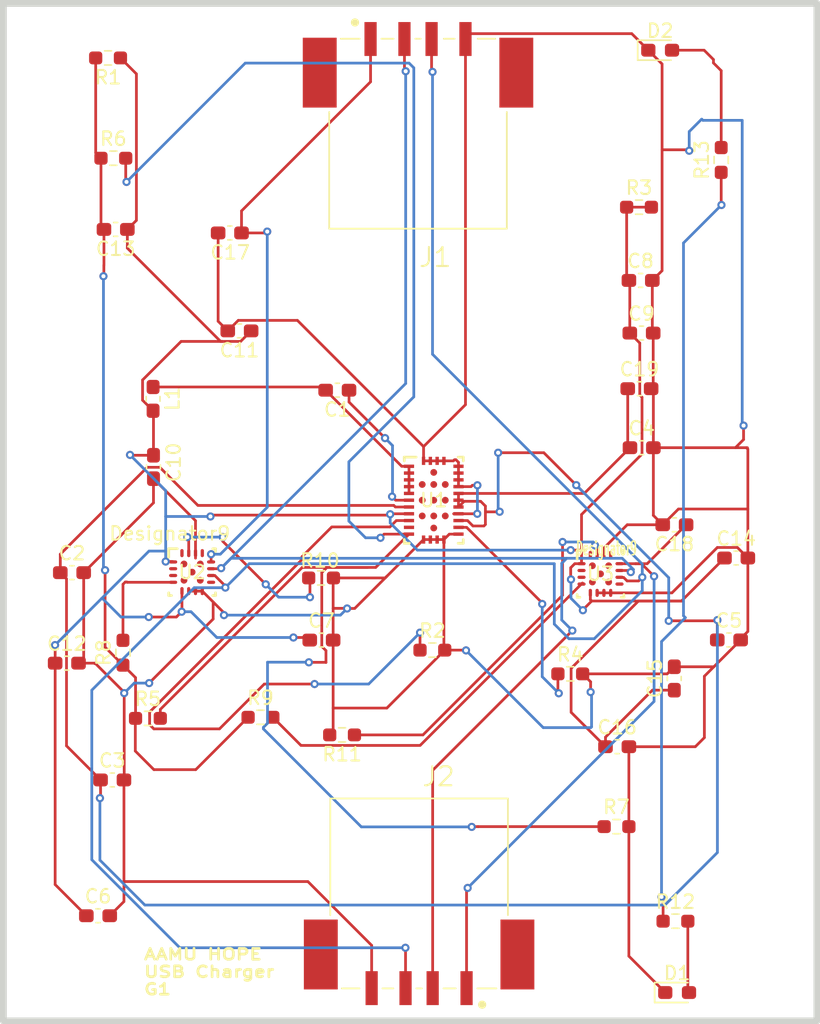
<source format=kicad_pcb>
(kicad_pcb (version 20240108) (generator "pcbnew") (generator_version "8.0")
  (layers (0 "F.Cu" signal) (31 "B.Cu" signal) (34 "B.Paste" user) (35 "F.Paste" user) (36 "B.SilkS" user "B.Silkscreen") (37 "F.SilkS" user "F.Silkscreen") (38 "B.Mask" user) (39 "F.Mask" user) (44 "Edge.Cuts" user))
  (net 0 "")
  (net 1 "Net-(U1-CBOOT)")
  (net 2 "/SW")
  (net 3 "+12V")
  (net 4 "GND")
  (net 5 "/VOUT")
  (net 6 "/CS")
  (net 7 "Net-(J1-VBUS)")
  (net 8 "Net-(J2-VBUS)")
  (net 9 "Net-(D1-A)")
  (net 10 "Net-(D2-A)")
  (net 11 "/B_D-")
  (net 12 "/B_D+")
  (net 13 "Net-(U1-RT)")
  (net 14 "Net-(U1-SYNC)")
  (net 15 "/FB")
  (net 16 "Net-(U2-CS)")
  (net 17 "Net-(U3-CS)")
  (net 18 "Net-(U2-ILIM_LO)")
  (net 19 "Net-(U3-ILIM_LO)")
  (net 20 "/DIM")
  (footprint "AAMU Senior Design 2024-25:RTE0016C" (layer "F.Cu") (at 282.129998 101.93)
    (property "Reference" "U3")
    (property "Value" "TPS2549RTER")
  )
  (footprint "Capacitor_SMD:C_0603_1608Metric_Pad1.08x0.95mm_HandSolder" (layer "F.Cu") (at 285 88.28)
    (property "Reference" "C19")
    (property "Value" "2.2uF")
  )
  (footprint "Diode_SMD:D_0603_1608Metric_Pad1.05x0.95mm_HandSolder" (layer "F.Cu") (at 287.78 132.79)
    (property "Reference" "D1")
    (property "Value" "LED_Filled")
  )
  (footprint "Capacitor_SMD:C_0603_1608Metric_Pad1.08x0.95mm_HandSolder" (layer "F.Cu") (at 243.15 101.84)
    (property "Reference" "C2")
    (property "Value" "10uF")
  )
  (footprint "Resistor_SMD:R_0603_1608Metric_Pad0.98x0.95mm_HandSolder" (layer "F.Cu") (at 287.6575 127.53)
    (property "Reference" "R12")
    (property "Value" "715")
  )
  (footprint "Resistor_SMD:R_0603_1608Metric_Pad0.98x0.95mm_HandSolder" (layer "F.Cu") (at 291.03 71.42 90)
    (property "Reference" "R13")
    (property "Value" "715")
  )
  (footprint "AAMU Senior Design 2024-25:RTE0016C" (layer "F.Cu") (at 252.01 101.8)
    (property "Reference" "U2")
    (property "Value" "TPS2549RTER")
  )
  (footprint "Resistor_SMD:R_0603_1608Metric_Pad0.98x0.95mm_HandSolder" (layer "F.Cu") (at 269.73 107.55)
    (property "Reference" "R2")
    (property "Value" "112K")
  )
  (footprint "Capacitor_SMD:C_0603_1608Metric_Pad1.08x0.95mm_HandSolder" (layer "F.Cu") (at 246.12 117.12)
    (property "Reference" "C3")
    (property "Value" "10uF")
  )
  (footprint "Resistor_SMD:R_0603_1608Metric_Pad0.98x0.95mm_HandSolder" (layer "F.Cu") (at 257.05 112.5)
    (property "Reference" "R9")
    (property "Value" "0R")
  )
  (footprint "Capacitor_SMD:C_0603_1608Metric_Pad1.08x0.95mm_HandSolder" (layer "F.Cu") (at 287.57 109.64 90)
    (property "Reference" "C15")
    (property "Value" "0.1uF")
  )
  (footprint "Capacitor_SMD:C_0603_1608Metric_Pad1.08x0.95mm_HandSolder" (layer "F.Cu") (at 245.07 127.13)
    (property "Reference" "C6")
    (property "Value" "47uF")
  )
  (footprint "Capacitor_SMD:C_0603_1608Metric_Pad1.08x0.95mm_HandSolder" (layer "F.Cu") (at 291.6025 106.8)
    (property "Reference" "C5")
    (property "Value" "0.47uF")
  )
  (footprint "Resistor_SMD:R_0603_1608Metric_Pad0.98x0.95mm_HandSolder" (layer "F.Cu") (at 284.97 74.9)
    (property "Reference" "R3")
    (property "Value" "3.0R")
  )
  (footprint "Resistor_SMD:R_0603_1608Metric_Pad0.98x0.95mm_HandSolder" (layer "F.Cu") (at 279.9 109.3)
    (property "Reference" "R4")
    (property "Value" "0R")
  )
  (footprint "Capacitor_SMD:C_0603_1608Metric_Pad1.08x0.95mm_HandSolder" (layer "F.Cu") (at 262.72 88.39 180)
    (property "Reference" "C1")
    (property "Value" "0.47uF")
  )
  (footprint "Resistor_SMD:R_0603_1608Metric_Pad0.98x0.95mm_HandSolder" (layer "F.Cu") (at 245.81 63.9 180)
    (property "Reference" "R1")
    (property "Value" "2.1K")
  )
  (footprint "Resistor_SMD:R_0603_1608Metric_Pad0.98x0.95mm_HandSolder" (layer "F.Cu") (at 248.75 112.58)
    (property "Reference" "R5")
    (property "Value" "47K")
  )
  (footprint "Capacitor_SMD:C_0603_1608Metric_Pad1.08x0.95mm_HandSolder" (layer "F.Cu") (at 287.58 98.31 180)
    (property "Reference" "C18")
    (property "Value" "10uF")
  )
  (footprint "Capacitor_SMD:C_0603_1608Metric_Pad1.08x0.95mm_HandSolder" (layer "F.Cu") (at 261.5475 106.81)
    (property "Reference" "C7")
    (property "Value" "47uF")
  )
  (footprint "Capacitor_SMD:C_0603_1608Metric_Pad1.08x0.95mm_HandSolder" (layer "F.Cu") (at 246.37 76.54 180)
    (property "Reference" "C13")
    (property "Value" "0.022uF")
  )
  (footprint "Resistor_SMD:R_0603_1608Metric_Pad0.98x0.95mm_HandSolder" (layer "F.Cu") (at 246.91 107.74 90)
    (property "Reference" "R8")
    (property "Value" "0R")
  )
  (footprint "Resistor_SMD:R_0603_1608Metric_Pad0.98x0.95mm_HandSolder" (layer "F.Cu") (at 263.07 113.8 180)
    (property "Reference" "R11")
    (property "Value" "20K")
  )
  (footprint "Capacitor_SMD:C_0603_1608Metric_Pad1.08x0.95mm_HandSolder" (layer "F.Cu") (at 285.165 92.63)
    (property "Reference" "C4")
    (property "Value" "10uF")
  )
  (footprint "Resistor_SMD:R_0603_1608Metric_Pad0.98x0.95mm_HandSolder" (layer "F.Cu") (at 246.2 71.29)
    (property "Reference" "R6")
    (property "Value" "200K")
  )
  (footprint "Capacitor_SMD:C_0603_1608Metric_Pad1.08x0.95mm_HandSolder" (layer "F.Cu") (at 249.16 94.05 -90)
    (property "Reference" "C10")
    (property "Value" "47uF")
  )
  (footprint "Capacitor_SMD:C_0603_1608Metric_Pad1.08x0.95mm_HandSolder" (layer "F.Cu") (at 292.135 100.76)
    (property "Reference" "C14")
    (property "Value" "0.1uF")
  )
  (footprint "Capacitor_SMD:C_0603_1608Metric_Pad1.08x0.95mm_HandSolder" (layer "F.Cu") (at 254.79 76.8 180)
    (property "Reference" "C17")
    (property "Value" "10uF")
  )
  (footprint "AAMU Senior Design 2024-25:RNP0030A" (layer "F.Cu") (at 269.83 96.5)
    (property "Reference" "U1")
    (property "Value" "LM73605QRNPTQ1")
  )
  (footprint "Resistor_SMD:R_0603_1608Metric_Pad0.98x0.95mm_HandSolder" (layer "F.Cu") (at 261.52 102.23)
    (property "Reference" "R10")
    (property "Value" "20K")
  )
  (footprint "AAMU Senior Design 2024-25:CUI_UJ2-AH-1-SMT" (layer "F.Cu") (at 268.67 66.585)
    (property "Reference" "J1")
    (property "Value" "USB CONN")
  )
  (footprint "Inductor_SMD:L_0603_1608Metric_Pad1.05x0.95mm_HandSolder" (layer "F.Cu") (at 249.13 89.03 -90)
    (property "Reference" "L1")
    (property "Value" "6.8uH")
  )
  (footprint "Capacitor_SMD:C_0603_1608Metric_Pad1.08x0.95mm_HandSolder" (layer "F.Cu") (at 285.0875 80.3)
    (property "Reference" "C8")
    (property "Value" "47uF")
  )
  (footprint "AAMU Senior Design 2024-25:CUI_UJ2-AH-1-SMT" (layer "F.Cu") (at 268.75 128.385 180)
    (property "Reference" "J2")
    (property "Value" "USB CONN")
  )
  (footprint "Capacitor_SMD:C_0603_1608Metric_Pad1.08x0.95mm_HandSolder" (layer "F.Cu") (at 283.36 114.67)
    (property "Reference" "C16")
    (property "Value" "0.1uF")
  )
  (footprint "Resistor_SMD:R_0603_1608Metric_Pad0.98x0.95mm_HandSolder" (layer "F.Cu") (at 283.31 120.56)
    (property "Reference" "R7")
    (property "Value" "10K")
  )
  (footprint "Capacitor_SMD:C_0603_1608Metric_Pad1.08x0.95mm_HandSolder" (layer "F.Cu") (at 285.1525 84.18)
    (property "Reference" "C9")
    (property "Value" "47uF")
  )
  (footprint "Diode_SMD:D_0603_1608Metric_Pad1.05x0.95mm_HandSolder" (layer "F.Cu") (at 286.53 63.33)
    (property "Reference" "D2")
    (property "Value" "LED_Filled")
  )
  (footprint "Capacitor_SMD:C_0603_1608Metric_Pad1.08x0.95mm_HandSolder" (layer "F.Cu") (at 255.5 84.02 180)
    (property "Reference" "C11")
    (property "Value" "47uF")
  )
  (footprint "Capacitor_SMD:C_0603_1608Metric_Pad1.08x0.95mm_HandSolder" (layer "F.Cu") (at 242.77 108.51)
    (property "Reference" "C12")
    (property "Value" "0.47uF")
  )
  (gr_rect (start 238.09 59.88) (end 298.09 134.88) (stroke (width 0.5)) (fill none) (layer "Edge.Cuts"))
  (gr_text "AAMU HOPE\nUSB Charger \nG1" (at 248.35 133.02 0) (layer "F.SilkS") (effects (font (size 0.8 1) (thickness 0.2) (bold yes)) (justify left bottom)))
  (segment (start 267.022713 96.5) (end 266.757312 96.234599) (width 0.2) (layer "F.Cu") (net 1))
  (segment (start 263.5825 88.39) (end 263.5825 89.26647) (width 0.2) (layer "F.Cu") (net 1))
  (segment (start 263.5825 89.26647) (end 266.237635 91.921605) (width 0.2) (layer "F.Cu") (net 1))
  (segment (start 268.005 96.5) (end 267.022713 96.5) (width 0.2) (layer "F.Cu") (net 1))
  (via (at 266.237635 91.921605) (size 0.6) (drill 0.3) (layers "F.Cu" "B.Cu") (net 1))
  (via (at 266.757312 96.234599) (size 0.6) (drill 0.3) (layers "F.Cu" "B.Cu") (net 1))
  (segment (start 266.79 96.201911) (end 266.757312 96.234599) (width 0.2) (layer "B.Cu") (net 1))
  (segment (start 266.237635 91.921605) (end 266.79 92.47397) (width 0.2) (layer "B.Cu") (net 1))
  (segment (start 266.79 92.47397) (end 266.79 96.201911) (width 0.2) (layer "B.Cu") (net 1))
  (segment (start 261.6225 88.155) (end 261.8575 88.39) (width 0.2) (layer "F.Cu") (net 2))
  (segment (start 268.005 94) (end 268.005 96.000001) (width 0.2) (layer "F.Cu") (net 2))
  (segment (start 267.4675 94) (end 268.005 94) (width 0.2) (layer "F.Cu") (net 2))
  (segment (start 249.13 88.155) (end 261.6225 88.155) (width 0.2) (layer "F.Cu") (net 2))
  (segment (start 261.8575 88.39) (end 267.4675 94) (width 0.2) (layer "F.Cu") (net 2))
  (segment (start 274.58 93) (end 277.95 93) (width 0.2) (layer "F.Cu") (net 3))
  (segment (start 249.626722 94.075) (end 248.693278 94.075) (width 0.2) (layer "F.Cu") (net 3))
  (segment (start 290.74 106.8) (end 290.74 105.35) (width 0.2) (layer "F.Cu") (net 3))
  (segment (start 284.1375 92.465) (end 284.3025 92.63) (width 0.2) (layer "F.Cu") (net 3))
  (segment (start 272.320684 98) (end 271.655 98) (width 0.2) (layer "F.Cu") (net 3))
  (segment (start 248.693278 94.075) (end 242.2875 100.480778) (width 0.2) (layer "F.Cu") (net 3))
  (segment (start 273.640001 97.36) (end 273.640001 98.289999) (width 0.2) (layer "F.Cu") (net 3))
  (segment (start 271.655 96.999999) (end 272.074999 96.58) (width 0.2) (layer "F.Cu") (net 3))
  (segment (start 268.005 96.999999) (end 267.000874 96.999999) (width 0.2) (layer "F.Cu") (net 3))
  (segment (start 242.2875 100.480778) (end 242.2875 101.84) (width 0.2) (layer "F.Cu") (net 3))
  (segment (start 245.2575 117.12) (end 242.745 114.6075) (width 0.2) (layer "F.Cu") (net 3))
  (segment (start 252.436321 96.884599) (end 249.626722 94.075) (width 0.2) (layer "F.Cu") (net 3))
  (segment (start 242.745 114.6075) (end 242.745 102.2975) (width 0.2) (layer "F.Cu") (net 3))
  (segment (start 280.932499 96.000001) (end 284.3025 92.63) (width 0.2) (layer "F.Cu") (net 3))
  (segment (start 273.29 96.58) (end 273.640001 96.930001) (width 0.2) (layer "F.Cu") (net 3))
  (segment (start 284.1375 88.28) (end 284.1375 92.465) (width 0.2) (layer "F.Cu") (net 3))
  (segment (start 280.932499 96.000001) (end 280.932499 95.982499) (width 0.2) (layer "F.Cu") (net 3))
  (segment (start 273.640001 96.930001) (end 273.640001 97.36) (width 0.2) (layer "F.Cu") (net 3))
  (segment (start 273.640001 98.289999) (end 273.53 98.4) (width 0.2) (layer "F.Cu") (net 3))
  (segment (start 245.2575 117.12) (end 245.2575 118.4125) (width 0.2) (layer "F.Cu") (net 3))
  (segment (start 273.640001 97.36) (end 274.68 97.36) (width 0.2) (layer "F.Cu") (net 3))
  (segment (start 290.7 105.39) (end 290.75 105.34) (width 0.2) (layer "F.Cu") (net 3))
  (segment (start 272.720684 98.4) (end 272.320684 98) (width 0.2) (layer "F.Cu") (net 3))
  (segment (start 266.885474 96.884599) (end 252.436321 96.884599) (width 0.2) (layer "F.Cu") (net 3))
  (segment (start 271.655 96.000001) (end 280.932499 96.000001) (width 0.2) (layer "F.Cu") (net 3))
  (segment (start 245.2575 118.4125) (end 245.21 118.46) (width 0.2) (layer "F.Cu") (net 3))
  (segment (start 274.68 97.36) (end 274.69 97.35) (width 0.2) (layer "F.Cu") (net 3))
  (segment (start 272.074999 96.58) (end 273.29 96.58) (width 0.2) (layer "F.Cu") (net 3))
  (segment (start 271.655 96.000001) (end 271.655 96.5) (width 0.2) (layer "F.Cu") (net 3))
  (segment (start 271.655 96.5) (end 271.655 96.999999) (width 0.2) (layer "F.Cu") (net 3))
  (segment (start 273.53 98.4) (end 272.720684 98.4) (width 0.2) (layer "F.Cu") (net 3))
  (segment (start 277.95 93) (end 280.34 95.39) (width 0.2) (layer "F.Cu") (net 3))
  (segment (start 267.000874 96.999999) (end 266.885474 96.884599) (width 0.2) (layer "F.Cu") (net 3))
  (segment (start 242.745 102.2975) (end 242.2875 101.84) (width 0.2) (layer "F.Cu") (net 3))
  (segment (start 280.932499 95.982499) (end 280.34 95.39) (width 0.2) (layer "F.Cu") (net 3))
  (segment (start 287.16 105.39) (end 290.7 105.39) (width 0.2) (layer "F.Cu") (net 3))
  (segment (start 290.74 105.35) (end 290.75 105.34) (width 0.2) (layer "F.Cu") (net 3))
  (via (at 274.69 97.35) (size 0.6) (drill 0.3) (layers "F.Cu" "B.Cu") (net 3))
  (via (at 287.16 105.39) (size 0.6) (drill 0.3) (layers "F.Cu" "B.Cu") (net 3))
  (via (at 280.34 95.39) (size 0.6) (drill 0.3) (layers "F.Cu" "B.Cu") (net 3))
  (via (at 245.21 118.46) (size 0.6) (drill 0.3) (layers "F.Cu" "B.Cu") (net 3))
  (via (at 290.75 105.34) (size 0.6) (drill 0.3) (layers "F.Cu" "B.Cu") (net 3))
  (via (at 274.58 93) (size 0.6) (drill 0.3) (layers "F.Cu" "B.Cu") (net 3))
  (segment (start 245.21 123.03) (end 245.21 118.46) (width 0.2) (layer "B.Cu") (net 3))
  (segment (start 286.878529 126.34) (end 248.52 126.34) (width 0.2) (layer "B.Cu") (net 3))
  (segment (start 280.34 95.39) (end 287.16 102.21) (width 0.2) (layer "B.Cu") (net 3))
  (segment (start 248.52 126.34) (end 245.21 123.03) (width 0.2) (layer "B.Cu") (net 3))
  (segment (start 274.58 93.27) (end 274.58 92.93) (width 0.2) (layer "B.Cu") (net 3))
  (segment (start 287.16 102.21) (end 287.16 105.39) (width 0.2) (layer "B.Cu") (net 3))
  (segment (start 290.75 122.468529) (end 286.878529 126.34) (width 0.2) (layer "B.Cu") (net 3))
  (segment (start 274.58 92.93) (end 274.58 93) (width 0.2) (layer "B.Cu") (net 3))
  (segment (start 274.58 97.24) (end 274.58 93.27) (width 0.2) (layer "B.Cu") (net 3))
  (segment (start 274.69 97.35) (end 274.58 97.24) (width 0.2) (layer "B.Cu") (net 3))
  (segment (start 290.75 105.34) (end 290.75 122.468529) (width 0.2) (layer "B.Cu") (net 3))
  (segment (start 254.6375 84.02) (end 255.4125 83.245) (width 0.2) (layer "F.Cu") (net 4))
  (segment (start 286.67 79.58) (end 285.95 80.3) (width 0.2) (layer "F.Cu") (net 4))
  (segment (start 272.17 89.459998) (end 269.079999 92.549999) (width 0.2) (layer "F.Cu") (net 4))
  (segment (start 286.015 88.1275) (end 285.8625 88.28) (width 0.2) (layer "F.Cu") (net 4))
  (segment (start 252.260002 98.012502) (end 252.260002 100.4) (width 0.2) (layer "F.Cu") (net 4))
  (segment (start 284.435 62.11) (end 272.565 62.11) (width 0.2) (layer "F.Cu") (net 4))
  (segment (start 262.41 104.47) (end 262.41 102.2525) (width 0.2) (layer "F.Cu") (net 4))
  (segment (start 252.260002 100.4) (end 252.260002 100.772181) (width 0.2) (layer "F.Cu") (net 4))
  (segment (start 269.079999 92.549999) (end 269.079999 93.600001) (width 0.2) (layer "F.Cu") (net 4))
  (segment (start 292.965 92.63) (end 292.08 92.63) (width 0.2) (layer "F.Cu") (net 4))
  (segment (start 249.16 94.9125) (end 252.260002 98.012502) (width 0.2) (layer "F.Cu") (net 4))
  (segment (start 292.9975 97.15) (end 292.9975 92.7375) (width 0.2) (layer "F.Cu") (net 4))
  (segment (start 271.47 93.52) (end 271.36 93.52) (width 0.2) (layer "F.Cu") (net 4))
  (segment (start 270.6425 107.55) (end 266.3725 111.82) (width 0.2) (layer "F.Cu") (net 4))
  (segment (start 285.95 80.3) (end 285.95 84.115) (width 0.2) (layer "F.Cu") (net 4))
  (segment (start 271.279999 93.600001) (end 270.579998 93.600001) (width 0.2) (layer "F.Cu") (net 4))
  (segment (start 253.9275 76.8) (end 253.9275 83.31) (width 0.2) (layer "F.Cu") (net 4))
  (segment (start 260.55 124.61) (end 246.9825 124.61) (width 0.2) (layer "F.Cu") (net 4))
  (segment (start 254.36 104.799999) (end 254.36 104.97) (width 0.2) (layer "F.Cu") (net 4))
  (segment (start 289.79 109.475) (end 290.4875 108.7775) (width 0.2) (layer "F.Cu") (net 4))
  (segment (start 272.59 95.49) (end 272.679999 95.400001) (width 0.2) (layer "F.Cu") (net 4))
  (segment (start 259.775 83.245) (end 269.079999 92.549999) (width 0.2) (layer "F.Cu") (net 4))
  (segment (start 244.8475 108.5075) (end 247 110.66) (width 0.2) (layer "F.Cu") (net 4))
  (segment (start 285.655 63.33) (end 286.67 64.345) (width 0.2) (layer "F.Cu") (net 4))
  (segment (start 247 110.66) (end 247 110.72) (width 0.2) (layer "F.Cu") (net 4))
  (segment (start 286.67 70.67) (end 286.67 79.58) (width 0.2) (layer "F.Cu") (net 4))
  (segment (start 284.1 98.31) (end 286.7175 98.31) (width 0.2) (layer "F.Cu") (net 4))
  (segment (start 281.4 109.8875) (end 280.8125 109.3) (width 0.2) (layer "F.Cu") (net 4))
  (segment (start 284.2225 130.1075) (end 286.905 132.79) (width 0.2) (layer "F.Cu") (net 4))
  (segment (start 269.079999 93.600001) (end 270.579998 93.600001) (width 0.2) (layer "F.Cu") (net 4))
  (segment (start 269.079999 99.399999) (end 270.579998 99.399999) (width 0.2) (layer "F.Cu") (net 4))
  (segment (start 281.4 110.64) (end 281.4 109.8875) (width 0.2) (layer "F.Cu") (net 4))
  (segment (start 252.260002 103.2) (end 252.760001 103.2) (width 0.2) (layer "F.Cu") (net 4))
  (segment (start 253.560001 104) (end 253.560001 105.259999) (width 0.2) (layer "F.Cu") (net 4))
  (segment (start 287.398278 103.33) (end 290.743278 99.985) (width 0.2) (layer "F.Cu") (net 4))
  (segment (start 288.6 70.67) (end 288.67 70.74) (width 0.2) (layer "F.Cu") (net 4))
  (segment (start 287.57 108.7775) (end 290.4875 108.7775) (width 0.2) (layer "F.Cu") (net 4))
  (segment (start 244.83 108.51) (end 244.83 108.55) (width 0.2) (layer "F.Cu") (net 4))
  (segment (start 287.8775 97.15) (end 292.9975 97.15) (width 0.2) (layer "F.Cu") (net 4))
  (segment (start 263.44 104.48) (end 263.999998 104.48) (width 0.2) (layer "F.Cu") (net 4))
  (segment (start 290.4875 108.7775) (end 292.465 106.8) (width 0.2) (layer "F.Cu") (net 4))
  (segment (start 266.374999 102.104999) (end 266.249998 102.23) (width 0.2) (layer "F.Cu") (net 4))
  (segment (start 292.08 92.63) (end 286.0275 92.63) (width 0.2) (layer "F.Cu") (net 4))
  (segment (start 270.579998 99.399999) (end 270.579998 107.487498) (width 0.2) (layer "F.Cu") (net 4))
  (segment (start 254.36 105.08) (end 254.36 104.97) (width 0.2) (layer "F.Cu") (net 4))
  (segment (start 269.079999 99.399999) (end 266.374999 102.104999) (width 0.2) (layer "F.Cu") (net 4))
  (segment (start 244.0125 108.13) (end 243.6325 108.51) (width 0.2) (layer "F.Cu") (net 4))
  (segment (start 246.9825 124.61) (end 246.9825 126.08) (width 0.2) (layer "F.Cu") (net 4))
  (segment (start 286.67 64.345) (end 286.67 70.67) (width 0.2) (layer "F.Cu") (net 4))
  (segment (start 292.68 92.03) (end 292.08 92.63) (width 0.2) (layer "F.Cu") (net 4))
  (segment (start 249.16 96.6925) (end 244.0125 101.84) (width 0.2) (layer "F.Cu") (net 4))
  (segment (start 263.43 104.47) (end 263.44 104.48) (width 0.2) (layer "F.Cu") (net 4))
  (segment (start 284.2225 120.56) (end 284.2225 130.1075) (width 0.2) (layer "F.Cu") (net 4))
  (segment (start 286.0275 97.62) (end 286.7175 98.31) (width 0.2) (layer "F.Cu") (net 4))
  (segment (start 262.41 106.81) (end 262.41 111.82) (width 0.2) (layer "F.Cu") (net 4))
  (segment (start 281.879998 103.33) (end 282.879999 103.33) (width 0.2) (layer "F.Cu") (net 4))
  (segment (start 253.9275 83.31) (end 254.6375 84.02) (width 0.2) (layer "F.Cu") (net 4))
  (segment (start 272.565 62.11) (end 272.17 62.505) (width 0.2) (layer "F.Cu") (net 4))
  (segment (start 265.25 132.465) (end 265.25 129.31) (width 0.2) (layer "F.Cu") (net 4))
  (segment (start 272.580001 95.499999) (end 272.59 95.49) (width 0.2) (layer "F.Cu") (net 4))
  (segment (start 282.38 100.03) (end 284.1 98.31) (width 0.2) (layer "F.Cu") (net 4))
  (segment (start 272.17 62.505) (end 272.17 89.459998) (width 0.2) (layer "F.Cu") (net 4))
  (segment (start 282.879999 103.33) (end 287.398278 103.33) (width 0.2) (layer "F.Cu") (net 4))
  (segment (start 263.999998 104.48) (end 266.374999 102.104999) (width 0.2) (layer "F.Cu") (net 4))
  (segment (start 251.76 103.2) (end 252.760001 103.2) (width 0.2) (layer "F.Cu") (net 4))
  (segment (start 247 110.72) (end 247 117.1175) (width 0.2) (layer "F.Cu") (net 4))
  (segment (start 286.0275 88.5625) (end 286.0275 92.63) (width 0.2) (layer "F.Cu") (net 4))
  (segment (start 271.655 99) (end 270.979997 99) (width 0.2) (layer "F.Cu") (net 4))
  (segment (start 292.2225 99.985) (end 292.9975 100.76) (width 0.2) (layer "F.Cu") (net 4))
  (segment (start 280.8125 109.3) (end 287.0475 109.3) (width 0.2) (layer "F.Cu") (net 4))
  (segment (start 272.679999 95.400001) (end 273.05 95.400001) (width 0.2) (layer "F.Cu") (net 4))
  (segment (start 292.465 106.705) (end 292.9975 106.1725) (width 0.2) (layer "F.Cu") (net 4))
  (segment (start 271.655 93.705) (end 271.47 93.52) (width 0.2) (layer "F.Cu") (net 4))
  (segment (start 292.9975 92.7375) (end 292.89 92.63) (width 0.2) (layer "F.Cu") (net 4))
  (segment (start 262.41 106.81) (end 262.41 104.47) (width 0.2) (layer "F.Cu") (net 4))
  (segment (start 285.8625 88.3975) (end 286.0275 88.5625) (width 0.2) (layer "F.Cu") (net 4))
  (segment (start 266.3725 111.82) (end 262.41 111.82) (width 0.2) (layer "F.Cu") (net 4))
  (segment (start 244.0125 101.84) (end 244.0125 108.13) (width 0.2) (layer "F.Cu") (net 4))
  (segment (start 272.19 107.55) (end 272.21 107.57) (width 0.2) (layer "F.Cu") (net 4))
  (segment (start 285.655 63.33) (end 284.435 62.11) (width 0.2) (layer "F.Cu") (net 4))
  (segment (start 289.12 114.67) (end 289.79 114) (width 0.2) (layer "F.Cu") (net 4))
  (segment (start 271.655 94) (end 271.655 93.705) (width 0.2) (layer "F.Cu") (net 4))
  (segment (start 290.743278 99.985) (end 292.2225 99.985) (width 0.2) (layer "F.Cu") (net 4))
  (segment (start 271.655 95.499999) (end 272.580001 95.499999) (width 0.2) (layer "F.Cu") (net 4))
  (segment (start 282.38 100.53) (end 282.38 100.03) (width 0.2) (layer "F.Cu") (net 4))
  (segment (start 286.67 70.67) (end 288.6 70.67) (width 0.2) (layer "F.Cu") (net 4))
  (segment (start 284.2225 114.67) (end 284.2225 120.56) (width 0.2) (layer "F.Cu") (net 4))
  (segment (start 271.655 97.500001) (end 271.297819 97.500001) (width 0.2) (layer "F.Cu") (net 4))
  (segment (start 243.6325 108.51) (end 244.83 108.51) (width 0.2) (layer "F.Cu") (net 4))
  (segment (start 249.16 94.9125) (end 249.16 96.6925) (width 0.2) (layer "F.Cu") (net 4))
  (segment (start 292.9975 106.1725) (end 292.9975 100.76) (width 0.2) (layer "F.Cu") (net 4))
  (segment (start 271.36 93.52) (end 271.279999 93.600001) (width 0.2) (layer "F.Cu") (net 4))
  (segment (start 285.95 84.115) (end 286.015 84.18) (width 0.2) (layer "F.Cu") (net 4))
  (segment (start 255.4125 83.245) (end 259.775 83.245) (width 0.2) (layer "F.Cu") (net 4))
  (segment (start 253.560001 104) (end 254.36 104.799999) (width 0.2) (layer "F.Cu") (net 4))
  (segment (start 292.465 106.8) (end 292.465 106.705) (width 0.2) (layer "F.Cu") (net 4))
  (segment (start 270.579998 107.487498) (end 270.6425 107.55) (width 0.2) (layer "F.Cu") (net 4))
  (segment (start 286.7175 98.31) (end 287.8775 97.15) (width 0.2) (layer "F.Cu") (net 4))
  (segment (start 262.41 113.5475) (end 262.1575 113.8) (width 0.2) (layer "F.Cu") (net 4))
  (segment (start 252.760001 103.2) (end 253.560001 104) (width 0.2) (layer "F.Cu") (net 4))
  (segment (start 271.655 94) (end 271.655 95.499999) (width 0.2) (layer "F.Cu") (net 4))
  (segment (start 273.13 97.59) (end 273.040001 97.500001) (width 0.2) (layer "F.Cu") (net 4))
  (segment (start 286.0275 92.63) (end 286.0275 97.62) (width 0.2) (layer "F.Cu") (net 4))
  (segment (start 262.41 102.2525) (end 262.4325 102.23) (width 0.2) (layer "F.Cu") (net 4))
  (segment (start 285.8625 88.28) (end 285.8625 88.3975) (width 0.2) (layer "F.Cu") (net 4))
  (segment (start 292.9975 100.76) (end 292.9975 97.15) (width 0.2) (layer "F.Cu") (net 4))
  (segment (start 289.79 114) (end 289.79 109.475) (width 0.2) (layer "F.Cu") (net 4))
  (segment (start 266.249998 102.23) (end 262.4325 102.23) (width 0.2) (layer "F.Cu") (net 4))
  (segment (start 270.979997 99) (end 270.579998 99.399999) (width 0.2) (layer "F.Cu") (net 4))
  (segment (start 292.68 91) (end 292.68 92.03) (width 0.2) (layer "F.Cu") (net 4))
  (segment (start 262.41 111.82) (end 262.41 113.5475) (width 0.2) (layer "F.Cu") (net 4))
  (segment (start 262.41 104.47) (end 263.43 104.47) (width 0.2) (layer "F.Cu") (net 4))
  (segment (start 286.015 84.18) (end 286.015 88.1275) (width 0.2) (layer "F.Cu") (net 4))
  (segment (start 271.655 97.500001) (end 273.040001 97.500001) (width 0.2) (layer "F.Cu") (net 4))
  (segment (start 287.0475 109.3) (end 287.57 108.7775) (width 0.2) (layer "F.Cu") (net 4))
  (segment (start 284.2225 114.67) (end 289.12 114.67) (width 0.2) (layer "F.Cu") (net 4))
  (segment (start 270.6425 107.55) (end 272.19 107.55) (width 0.2) (layer "F.Cu") (net 4))
  (segment (start 246.9825 126.08) (end 245.9325 127.13) (width 0.2) (layer "F.Cu") (net 4))
  (segment (start 246.9825 117.12) (end 246.9825 124.61) (width 0.2) (layer "F.Cu") (net 4))
  (segment (start 253.560001 105.259999) (end 248.84 109.98) (width 0.2) (layer "F.Cu") (net 4))
  (segment (start 265.25 129.31) (end 260.55 124.61) (width 0.2) (layer "F.Cu") (net 4))
  (via (at 263.44 104.48) (size 0.6) (drill 0.3) (layers "F.Cu" "B.Cu") (net 4))
  (via (at 281.4 110.64) (size 0.6) (drill 0.3) (layers "F.Cu" "B.Cu") (net 4))
  (via (at 254.36 104.97) (size 0.6) (drill 0.3) (layers "F.Cu" "B.Cu") (net 4))
  (via (at 288.67 70.74) (size 0.6) (drill 0.3) (layers "F.Cu" "B.Cu") (net 4))
  (via (at 248.84 109.98) (size 0.6) (drill 0.3) (layers "F.Cu" "B.Cu") (net 4))
  (via (at 247 110.72) (size 0.6) (drill 0.3) (layers "F.Cu" "B.Cu") (net 4))
  (via (at 273.040001 97.500001) (size 0.6) (drill 0.3) (layers "F.Cu" "B.Cu") (net 4))
  (via (at 292.68 91) (size 0.6) (drill 0.3) (layers "F.Cu" "B.Cu") (net 4))
  (via (at 272.21 107.57) (size 0.6) (drill 0.3) (layers "F.Cu" "B.Cu") (net 4))
  (via (at 273.05 95.400001) (size 0.6) (drill 0.3) (layers "F.Cu" "B.Cu") (net 4))
  (segment (start 288.67 69.33) (end 289.59 68.41) (width 0.2) (layer "B.Cu") (net 4))
  (segment (start 273.05 97.490002) (end 273.040001 97.500001) (width 0.2) (layer "B.Cu") (net 4))
  (segment (start 272.21 107.57) (end 277.902157 113.262157) (width 0.2) (layer "B.Cu") (net 4))
  (segment (start 281.47 113.21) (end 281.47 110.71) (width 0.2) (layer "B.Cu") (net 4))
  (segment (start 248.84 109.98) (end 247.74 109.98) (width 0.2) (layer "B.Cu") (net 4))
  (segment (start 281.417843 113.262157) (end 281.47 113.21) (width 0.2) (layer "B.Cu") (net 4))
  (segment (start 247.74 109.98) (end 247 110.72) (width 0.2) (layer "B.Cu") (net 4))
  (segment (start 273.05 95.400001) (end 273.05 97.490002) (width 0.2) (layer "B.Cu") (net 4))
  (segment (start 281.47 110.71) (end 281.4 110.64) (width 0.2) (layer "B.Cu") (net 4))
  (segment (start 288.67 70.74) (end 288.67 69.33) (width 0.2) (layer "B.Cu") (net 4))
  (segment (start 263.44 104.48) (end 262.95 104.97) (width 0.2) (layer "B.Cu") (net 4))
  (segment (start 262.95 104.97) (end 254.36 104.97) (width 0.2) (layer "B.Cu") (net 4))
  (segment (start 289.59 68.41) (end 289.68 68.5) (width 0.2) (layer "B.Cu") (net 4))
  (segment (start 292.6 90.92) (end 292.68 91) (width 0.2) (layer "B.Cu") (net 4))
  (segment (start 292.58 68.5) (end 292.58 90.9) (width 0.2) (layer "B.Cu") (net 4))
  (segment (start 292.58 90.9) (end 292.56 90.92) (width 0.2) (layer "B.Cu") (net 4))
  (segment (start 277.902157 113.262157) (end 281.417843 113.262157) (width 0.2) (layer "B.Cu") (net 4))
  (segment (start 289.68 68.5) (end 292.58 68.5) (width 0.2) (layer "B.Cu") (net 4))
  (segment (start 292.56 90.92) (end 292.6 90.92) (width 0.2) (layer "B.Cu") (net 4))
  (segment (start 248.355 89.13) (end 249.13 89.905) (width 0.2) (layer "F.Cu") (net 5))
  (segment (start 248.355 87.638278) (end 248.355 89.13) (width 0.2) (layer "F.Cu") (net 5))
  (segment (start 253.5 97.67) (end 253.570001 97.599999) (width 0.2) (layer "F.Cu") (net 5))
  (segment (start 255.5875 84.795) (end 256.3625 84.02) (width 0.2) (layer "F.Cu") (net 5))
  (segment (start 281.48 103.93) (end 280.83 104.58) (width 0.2) (layer "F.Cu") (net 5))
  (segment (start 247.2325 77.919222) (end 254.108278 84.795) (width 0.2) (layer "F.Cu") (net 5))
  (segment (start 280.729998 97.556724) (end 285.19 93.096722) (width 0.2) (layer "F.Cu") (net 5))
  (segment (start 250.06 101.02) (end 250.580001 101.02) (width 0.2) (layer "F.Cu") (net 5))
  (segment (start 254.108278 84.795) (end 254.23 84.795) (width 0.2) (layer "F.Cu") (net 5))
  (segment (start 249.16 93.1875) (end 247.4575 93.1875) (width 0.2) (layer "F.Cu") (net 5))
  (segment (start 259.48 106.62) (end 260.495 106.62) (width 0.2) (layer "F.Cu") (net 5))
  (segment (start 254.23 84.795) (end 255.5875 84.795) (width 0.2) (layer "F.Cu") (net 5))
  (segment (start 288.1025 103.93) (end 284.928278 103.93) (width 0.2) (layer "F.Cu") (net 5))
  (segment (start 279.96 112.1325) (end 282.4975 114.67) (width 0.2) (layer "F.Cu") (net 5))
  (segment (start 282.4975 114.67) (end 282.4975 113.9625) (width 0.2) (layer "F.Cu") (net 5))
  (segment (start 280.709996 100.180002) (end 280.729998 100.16) (width 0.2) (layer "F.Cu") (net 5))
  (segment (start 251.260002 104.699998) (end 251.24 104.72) (width 0.2) (layer "F.Cu") (net 5))
  (segment (start 279.93 101.479997) (end 279.93 102.17) (width 0.2) (layer "F.Cu") (net 5))
  (segment (start 253.39 97.67) (end 253.5 97.67) (width 0.2) (layer "F.Cu") (net 5))
  (segment (start 291.2725 100.76) (end 288.1025 103.93) (width 0.2) (layer "F.Cu") (net 5))
  (segment (start 285.19 88.911722) (end 285.025 88.746722) (width 0.2) (layer "F.Cu") (net 5))
  (segment (start 279.93 102.319868) (end 279.951316 102.341184) (width 0.2) (layer "F.Cu") (net 5))
  (segment (start 266.650833 97.500001) (end 266.616235 97.534599) (width 0.2) (layer "F.Cu") (net 5))
  (segment (start 281.48 103.93) (end 281.38 103.83) (width 0.2) (layer "F.Cu") (net 5))
  (segment (start 284.225 80.315) (end 284.29 80.38) (width 0.2) (layer "F.Cu") (net 5))
  (segment (start 284.225 80.3) (end 284.225 80.315) (width 0.2) (layer "F.Cu") (net 5))
  (segment (start 284.0575 74.9) (end 285.8825 74.9) (width 0.2) (layer "F.Cu") (net 5))
  (segment (start 285.9575 110.5025) (end 287.57 110.5025) (width 0.2) (layer "F.Cu") (net 5))
  (segment (start 251.260002 103.2) (end 251.260002 104.699998) (width 0.2) (layer "F.Cu") (net 5))
  (segment (start 254.23 84.795) (end 251.198278 84.795) (width 0.2) (layer "F.Cu") (net 5))
  (segment (start 253.570001 97.599999) (end 266.550835 97.599999) (width 0.2) (layer "F.Cu") (net 5))
  (segment (start 280.729998 101.179999) (end 280.229998 101.179999) (width 0.2) (layer "F.Cu") (net 5))
  (segment (start 279.93 100.180002) (end 280.709996 100.180002) (width 0.2) (layer "F.Cu") (net 5))
  (segment (start 241.9075 108.51) (end 241.9075 107.1875) (width 0.2) (layer "F.Cu") (net 5))
  (segment (start 285.19 93.096722) (end 285.19 88.911722) (width 0.2) (layer "F.Cu") (net 5))
  (segment (start 282.4975 113.9625) (end 285.9575 110.5025) (width 0.2) (layer "F.Cu") (net 5))
  (segment (start 247.2325 76.54) (end 247.2325 77.919222) (width 0.2) (layer "F.Cu") (net 5))
  (segment (start 284.0575 74.9) (end 284.0575 80.1325) (width 0.2) (layer "F.Cu") (net 5))
  (segment (start 280.83 104.58) (end 280.83 104.61) (width 0.2) (layer "F.Cu") (net 5))
  (segment (start 285.025 84.915) (end 284.29 84.18) (width 0.2) (layer "F.Cu") (net 5))
  (segment (start 279.93 102.17) (end 279.93 102.319868) (width 0.2) (layer "F.Cu") (net 5))
  (segment (start 285.025 88.746722) (end 285.025 84.915) (width 0.2) (layer "F.Cu") (net 5))
  (segment (start 268.005 97.500001) (end 266.650833 97.500001) (width 0.2) (layer "F.Cu") (net 5))
  (segment (start 280.729998 101.179999) (end 280.729998 100.16) (width 0.2) (layer "F.Cu") (net 5))
  (segment (start 253.36 97.7) (end 253.39 97.67) (width 0.2) (layer "F.Cu") (net 5))
  (segment (start 266.550835 97.599999) (end 266.616235 97.534599) (width 0.2) (layer "F.Cu") (net 5))
  (segment (start 249.16 89.935) (end 249.13 89.905) (width 0.2) (layer "F.Cu") (net 5))
  (segment (start 241.9075 124.83) (end 244.2075 127.13) (width 0.2) (layer "F.Cu") (net 5))
  (segment (start 248.81 105.11) (end 250.85 105.11) (width 0.2) (layer "F.Cu") (net 5))
  (segment (start 247.9 65.0775) (end 246.7225 63.9) (width 0.2) (layer "F.Cu") (net 5))
  (segment (start 247.9 75.8725) (end 247.9 65.0775) (width 0.2) (layer "F.Cu") (net 5))
  (segment (start 247.2325 76.54) (end 247.9 75.8725) (width 0.2) (layer "F.Cu") (net 5))
  (segment (start 280.229998 101.179999) (end 279.93 101.479997) (width 0.2) (layer "F.Cu") (net 5))
  (segment (start 281.38 103.83) (end 281.38 103.33) (width 0.2) (layer "F.Cu") (net 5))
  (segment (start 249.16 93.1875) (end 249.16 89.935) (width 0.2) (layer "F.Cu") (net 5))
  (segment (start 260.495 106.62) (end 260.685 106.81) (width 0.2) (layer "F.Cu") (net 5))
  (segment (start 280.729998 100.16) (end 280.729998 97.556724) (width 0.2) (layer "F.Cu") (net 5))
  (segment (start 279.96 108.898278) (end 279.96 112.1325) (width 0.2) (layer "F.Cu") (net 5))
  (segment (start 247.4575 93.1875) (end 247.43 93.16) (width 0.2) (layer "F.Cu") (net 5))
  (segment (start 288.1025 103.93) (end 281.48 103.93) (width 0.2) (layer "F.Cu") (net 5))
  (segment (start 250.85 105.11) (end 251.24 104.72) (width 0.2) (layer "F.Cu") (net 5))
  (segment (start 284.29 80.38) (end 284.29 84.18) (width 0.2) (layer "F.Cu") (net 5))
  (segment (start 284.0575 80.1325) (end 284.225 80.3) (width 0.2) (layer "F.Cu") (net 5))
  (segment (start 241.9075 108.51) (end 241.9075 124.83) (width 0.2) (layer "F.Cu") (net 5))
  (segment (start 241.9075 107.1875) (end 241.9 107.18) (width 0.2) (layer "F.Cu") (net 5))
  (segment (start 284.928278 103.93) (end 279.96 108.898278) (width 0.2) (layer "F.Cu") (net 5))
  (segment (start 251.198278 84.795) (end 248.355 87.638278) (width 0.2) (layer "F.Cu") (net 5))
  (via (at 259.48 106.62) (size 0.6) (drill 0.3) (layers "F.Cu" "B.Cu") (net 5))
  (via (at 253.36 97.7) (size 0.6) (drill 0.3) (layers "F.Cu" "B.Cu") (net 5))
  (via (at 251.24 104.72) (size 0.6) (drill 0.3) (layers "F.Cu" "B.Cu") (net 5))
  (via (at 279.951316 102.341184) (size 0.6) (drill 0.3) (layers "F.Cu" "B.Cu") (net 5))
  (via (at 241.9 107.18) (size 0.6) (drill 0.3) (layers "F.Cu" "B.Cu") (net 5))
  (via (at 279.93 100.180002) (size 0.6) (drill 0.3) (layers "F.Cu" "B.Cu") (net 5))
  (via (at 247.43 93.16) (size 0.6) (drill 0.3) (layers "F.Cu" "B.Cu") (net 5))
  (via (at 248.81 105.11) (size 0.6) (drill 0.3) (layers "F.Cu" "B.Cu") (net 5))
  (via (at 250.06 101.02) (size 0.6) (drill 0.3) (layers "F.Cu" "B.Cu") (net 5))
  (via (at 280.83 104.61) (size 0.6) (drill 0.3) (layers "F.Cu" "B.Cu") (net 5))
  (via (at 266.616235 97.534599) (size 0.6) (drill 0.3) (layers "F.Cu" "B.Cu") (net 5))
  (segment (start 279.951316 102.341184) (end 279.951316 103.731316) (width 0.2) (layer "B.Cu") (net 5))
  (segment (start 266.616235 98.171921) (end 266.616235 97.534599) (width 0.2) (layer "B.Cu") (net 5))
  (segment (start 251.24 104.72) (end 251.93 104.72) (width 0.2) (layer "B.Cu") (net 5))
  (segment (start 251.93 104.72) (end 253.83 106.62) (width 0.2) (layer "B.Cu") (net 5))
  (segment (start 246.76 105.11) (end 248.81 105.11) (width 0.2) (layer "B.Cu") (net 5))
  (segment (start 247.43 93.16) (end 250.06 95.79) (width 0.2) (layer "B.Cu") (net 5))
  (segment (start 253.36 97.7) (end 250.06 97.7) (width 0.2) (layer "B.Cu") (net 5))
  (segment (start 245.325 103.755) (end 245.405 103.755) (width 0.2) (layer "B.Cu") (net 5))
  (segment (start 250.06 97.7) (end 250.06 100.25) (width 0.2) (layer "B.Cu") (net 5))
  (segment (start 250.06 100.25) (end 248.83 100.25) (width 0.2) (layer "B.Cu") (net 5))
  (segment (start 253.83 106.62) (end 259.48 106.62) (width 0.2) (layer "B.Cu") (net 5))
  (segment (start 250.06 100.25) (end 250.06 101.02) (width 0.2) (layer "B.Cu") (net 5))
  (segment (start 268.624316 100.180002) (end 266.616235 98.171921) (width 0.2) (layer "B.Cu") (net 5))
  (segment (start 250.06 95.79) (end 250.06 97.7) (width 0.2) (layer "B.Cu") (net 5))
  (segment (start 248.83 100.25) (end 245.325 103.755) (width 0.2) (layer "B.Cu") (net 5))
  (segment (start 279.951316 103.731316) (end 280.83 104.61) (width 0.2) (layer "B.Cu") (net 5))
  (segment (start 245.405 103.755) (end 246.76 105.11) (width 0.2) (layer "B.Cu") (net 5))
  (segment (start 279.93 100.180002) (end 268.624316 100.180002) (width 0.2) (layer "B.Cu") (net 5))
  (segment (start 245.325 103.755) (end 241.9 107.18) (width 0.2) (layer "B.Cu") (net 5))
  (segment (start 244.8975 63.9) (end 244.8975 70.9) (width 0.2) (layer "F.Cu") (net 6))
  (segment (start 247.8375 112.58) (end 247.82 112.5975) (width 0.2) (layer "F.Cu") (net 6))
  (segment (start 245.5075 76.54) (end 245.5075 79.1825) (width 0.2) (layer "F.Cu") (net 6))
  (segment (start 245.2875 71.29) (end 245.2875 76.32) (width 0.2) (layer "F.Cu") (net 6))
  (segment (start 245.5 79.19) (end 245.5 79.96) (width 0.2) (layer "F.Cu") (net 6))
  (segment (start 245.2875 76.32) (end 245.5075 76.54) (width 0.2) (layer "F.Cu") (net 6))
  (segment (start 245.5075 79.1825) (end 245.5 79.19) (width 0.2) (layer "F.Cu") (net 6))
  (segment (start 247.82 114.99) (end 249.19 116.36) (width 0.2) (layer "F.Cu") (net 6))
  (segment (start 252.2775 116.36) (end 256.1375 112.5) (width 0.2) (layer "F.Cu") (net 6))
  (segment (start 249.19 116.36) (end 252.2775 116.36) (width 0.2) (layer "F.Cu") (net 6))
  (segment (start 247.8375 109.58) (end 247.8375 112.58) (width 0.2) (layer "F.Cu") (net 6))
  (segment (start 245.5 79.96) (end 245.47 79.99) (width 0.2) (layer "F.Cu") (net 6))
  (segment (start 244.8975 70.9) (end 245.2875 71.29) (width 0.2) (layer "F.Cu") (net 6))
  (segment (start 247.82 112.5975) (end 247.82 114.99) (width 0.2) (layer "F.Cu") (net 6))
  (segment (start 246.91 108.6525) (end 247.8375 109.58) (width 0.2) (layer "F.Cu") (net 6))
  (segment (start 245.59 107.3325) (end 245.59 101.66) (width 0.2) (layer "F.Cu") (net 6))
  (segment (start 246.91 108.6525) (end 245.59 107.3325) (width 0.2) (layer "F.Cu") (net 6))
  (via (at 245.47 79.99) (size 0.6) (drill 0.3) (layers "F.Cu" "B.Cu") (net 6))
  (via (at 245.59 101.66) (size 0.6) (drill 0.3) (layers "F.Cu" "B.Cu") (net 6))
  (segment (start 245.47 101.54) (end 245.59 101.66) (width 0.2) (layer "B.Cu") (net 6))
  (segment (start 245.47 79.99) (end 245.47 101.54) (width 0.2) (layer "B.Cu") (net 6))
  (segment (start 253.41 100.48) (end 253.41 100.44) (width 0.2) (layer "F.Cu") (net 7))
  (segment (start 253.41 101.049999) (end 253.41 100.48) (width 0.2) (layer "F.Cu") (net 7))
  (segment (start 257.45 76.8) (end 257.55 76.7) (width 0.2) (layer "F.Cu") (net 7))
  (segment (start 265.17 65.66) (end 255.6525 75.1775) (width 0.2) (layer "F.Cu") (net 7))
  (segment (start 255.6525 75.1775) (end 255.6525 76.8) (width 0.2) (layer "F.Cu") (net 7))
  (segment (start 255.6525 76.8) (end 257.45 76.8) (width 0.2) (layer "F.Cu") (net 7))
  (segment (start 265.17 62.505) (end 265.17 65.66) (width 0.2) (layer "F.Cu") (net 7))
  (via (at 257.55 76.7) (size 0.6) (drill 0.3) (layers "F.Cu" "B.Cu") (net 7))
  (via (at 253.41 100.48) (size 0.6) (drill 0.3) (layers "F.Cu" "B.Cu") (net 7))
  (segment (start 257.55 97.02) (end 254.09 100.48) (width 0.2) (layer "B.Cu") (net 7))
  (segment (start 257.55 97.02) (end 257.55 76.7) (width 0.2) (layer "B.Cu") (net 7))
  (segment (start 254.09 100.48) (end 253.41 100.48) (width 0.2) (layer "B.Cu") (net 7))
  (segment (start 284.7 101.179999) (end 283.529998 101.179999) (width 0.2) (layer "F.Cu") (net 8))
  (segment (start 285.572501 101.179999) (end 284.7 101.179999) (width 0.2) (layer "F.Cu") (net 8))
  (segment (start 284.7 101.179999) (end 285.149999 101.179999) (width 0.2) (layer "F.Cu") (net 8))
  (segment (start 272.25 132.465) (end 272.25 125.16) (width 0.2) (layer "F.Cu") (net 8))
  (segment (start 272.25 125.16) (end 272.33 125.08) (width 0.2) (layer "F.Cu") (net 8))
  (segment (start 285.149999 101.179999) (end 286.08 102.11) (width 0.2) (layer "F.Cu") (net 8))
  (segment (start 288.4425 98.31) (end 285.572501 101.179999) (width 0.2) (layer "F.Cu") (net 8))
  (via (at 286.08 102.11) (size 0.6) (drill 0.3) (layers "F.Cu" "B.Cu") (net 8))
  (via (at 272.33 125.08) (size 0.6) (drill 0.3) (layers "F.Cu" "B.Cu") (net 8))
  (segment (start 286.08 111.33) (end 286.08 102.11) (width 0.2) (layer "B.Cu") (net 8))
  (segment (start 272.33 125.08) (end 286.08 111.33) (width 0.2) (layer "B.Cu") (net 8))
  (segment (start 288.57 132.705) (end 288.655 132.79) (width 0.2) (layer "F.Cu") (net 9))
  (segment (start 288.57 127.53) (end 288.57 132.705) (width 0.2) (layer "F.Cu") (net 9))
  (segment (start 287.405 63.33) (end 289.77 63.33) (width 0.2) (layer "F.Cu") (net 10))
  (segment (start 290.46 64.27) (end 291.03 64.84) (width 0.2) (layer "F.Cu") (net 10))
  (segment (start 289.77 63.33) (end 290.46 64.02) (width 0.2) (layer "F.Cu") (net 10))
  (segment (start 291.03 64.84) (end 291.03 70.5075) (width 0.2) (layer "F.Cu") (net 10))
  (segment (start 290.46 64.02) (end 290.46 64.27) (width 0.2) (layer "F.Cu") (net 10))
  (segment (start 267.67 64.79) (end 267.76 64.88) (width 0.2) (layer "F.Cu") (net 11))
  (segment (start 269.75 132.465) (end 269.75 116.41) (width 0.2) (layer "F.Cu") (net 11))
  (segment (start 253.41 101.549998) (end 254.110002 101.549998) (width 0.2) (layer "F.Cu") (net 11))
  (segment (start 254.110002 101.549998) (end 254.15 101.51) (width 0.2) (layer "F.Cu") (net 11))
  (segment (start 269.75 116.41) (end 280.05 106.11) (width 0.2) (layer "F.Cu") (net 11))
  (segment (start 267.67 62.505) (end 267.67 64.79) (width 0.2) (layer "F.Cu") (net 11))
  (segment (start 284.239998 101.679998) (end 283.529998 101.679998) (width 0.2) (layer "F.Cu") (net 11))
  (segment (start 284.36 101.8) (end 284.239998 101.679998) (width 0.2) (layer "F.Cu") (net 11))
  (via (at 254.15 101.51) (size 0.6) (drill 0.3) (layers "F.Cu" "B.Cu") (net 11))
  (via (at 284.36 101.8) (size 0.6) (drill 0.3) (layers "F.Cu" "B.Cu") (net 11))
  (via (at 280.05 106.11) (size 0.6) (drill 0.3) (layers "F.Cu" "B.Cu") (net 11))
  (via (at 267.76 64.88) (size 0.6) (drill 0.3) (layers "F.Cu" "B.Cu") (net 11))
  (segment (start 279.27 101.150002) (end 279.64 100.780002) (width 0.2) (layer "B.Cu") (net 11))
  (segment (start 254.879998 100.780002) (end 279.64 100.780002) (width 0.2) (layer "B.Cu") (net 11))
  (segment (start 267.76 87.9) (end 254.15 101.51) (width 0.2) (layer "B.Cu") (net 11))
  (segment (start 267.76 64.88) (end 267.76 87.9) (width 0.2) (layer "B.Cu") (net 11))
  (segment (start 279.64 100.780002) (end 283.730002 100.780002) (width 0.2) (layer "B.Cu") (net 11))
  (segment (start 280.05 106.11) (end 279.27 105.33) (width 0.2) (layer "B.Cu") (net 11))
  (segment (start 279.27 105.33) (end 279.27 101.150002) (width 0.2) (layer "B.Cu") (net 11))
  (segment (start 283.730002 100.780002) (end 284.56 101.61) (width 0.2) (layer "B.Cu") (net 11))
  (segment (start 284.37 101.8) (end 284.36 101.8) (width 0.2) (layer "B.Cu") (net 11))
  (segment (start 254.15 101.51) (end 254.879998 100.780002) (width 0.2) (layer "B.Cu") (net 11))
  (segment (start 284.56 101.61) (end 284.37 101.8) (width 0.2) (layer "B.Cu") (net 11))
  (segment (start 253.683972 102.05) (end 253.41 102.05) (width 0.2) (layer "F.Cu") (net 12))
  (segment (start 267.75 132.465) (end 267.75 129.5) (width 0.2) (layer "F.Cu") (net 12))
  (segment (start 283.549998 102.2) (end 283.840761 102.2) (width 0.2) (layer "F.Cu") (net 12))
  (segment (start 283.840761 102.2) (end 284.090761 102.45) (width 0.2) (layer "F.Cu") (net 12))
  (segment (start 284.090761 102.45) (end 284.94 102.45) (width 0.2) (layer "F.Cu") (net 12))
  (segment (start 254.46 102.826028) (end 253.683972 102.05) (width 0.2) (layer "F.Cu") (net 12))
  (segment (start 267.75 129.5) (end 267.74 129.49) (width 0.2) (layer "F.Cu") (net 12))
  (segment (start 284.94 102.45) (end 285.21 102.18) (width 0.2) (layer "F.Cu") (net 12))
  (segment (start 254.46 102.94) (end 254.46 102.826028) (width 0.2) (layer "F.Cu") (net 12))
  (segment (start 283.529998 102.18) (end 283.549998 102.2) (width 0.2) (layer "F.Cu") (net 12))
  (segment (start 269.67 62.505) (end 269.67 64.86) (width 0.2) (layer "F.Cu") (net 12))
  (segment (start 269.67 64.86) (end 269.74 64.93) (width 0.2) (layer "F.Cu") (net 12))
  (via (at 267.74 129.49) (size 0.6) (drill 0.3) (layers "F.Cu" "B.Cu") (net 12))
  (via (at 254.46 102.94) (size 0.6) (drill 0.3) (layers "F.Cu" "B.Cu") (net 12))
  (via (at 285.21 102.18) (size 0.6) (drill 0.3) (layers "F.Cu" "B.Cu") (net 12))
  (via (at 269.74 64.93) (size 0.6) (drill 0.3) (layers "F.Cu" "B.Cu") (net 12))
  (segment (start 252.161473 102.949998) (end 254.450002 102.949998) (width 0.2) (layer "B.Cu") (net 12))
  (segment (start 254.450002 102.949998) (end 254.46 102.94) (width 0.2) (layer "B.Cu") (net 12))
  (segment (start 279.801471 106.71) (end 278.72 105.628529) (width 0.2) (layer "B.Cu") (net 12))
  (segment (start 285.21 101.21) (end 285.21 103.17) (width 0.2) (layer "B.Cu") (net 12))
  (segment (start 281.67 106.71) (end 279.801471 106.71) (width 0.2) (layer "B.Cu") (net 12))
  (segment (start 278.72 101.180002) (end 256.219998 101.180002) (width 0.2) (layer "B.Cu") (net 12))
  (segment (start 269.74 64.93) (end 269.74 85.74) (width 0.2) (layer "B.Cu") (net 12))
  (segment (start 285.21 103.17) (end 281.67 106.71) (width 0.2) (layer "B.Cu") (net 12))
  (segment (start 244.61 122.995686) (end 244.61 110.501471) (width 0.2) (layer "B.Cu") (net 12))
  (segment (start 278.72 105.628529) (end 278.72 101.180002) (width 0.2) (layer "B.Cu") (net 12))
  (segment (start 251.104314 129.49) (end 244.61 122.995686) (width 0.2) (layer "B.Cu") (net 12))
  (segment (start 244.61 110.501471) (end 252.161473 102.949998) (width 0.2) (layer "B.Cu") (net 12))
  (segment (start 256.219998 101.180002) (end 254.46 102.94) (width 0.2) (layer "B.Cu") (net 12))
  (segment (start 267.74 129.49) (end 251.104314 129.49) (width 0.2) (layer "B.Cu") (net 12))
  (segment (start 269.74 85.74) (end 285.21 101.21) (width 0.2) (layer "B.Cu") (net 12))
  (segment (start 260.108278 100.671722) (end 260.108278 100.88) (width 0.2) (layer "F.Cu") (net 13))
  (segment (start 248.875 113.046722) (end 249.183278 113.355) (width 0.2) (layer "F.Cu") (net 13))
  (segment (start 268.005 98) (end 267.07 98) (width 0.2) (layer "F.Cu") (net 13))
  (segment (start 262.31 98.47) (end 260.108278 100.671722) (width 0.2) (layer "F.Cu") (net 13))
  (segment (start 260.108278 100.88) (end 248.875 112.113278) (width 0.2) (layer "F.Cu") (net 13))
  (segment (start 248.875 112.113278) (end 248.875 113.046722) (width 0.2) (layer "F.Cu") (net 13))
  (segment (start 249.183278 113.355) (end 254.028278 113.355) (width 0.2) (layer "F.Cu") (net 13))
  (segment (start 257.333278 110.05) (end 261.04 110.05) (width 0.2) (layer "F.Cu") (net 13))
  (segment (start 254.028278 113.355) (end 257.333278 110.05) (width 0.2) (layer "F.Cu") (net 13))
  (segment (start 267.07 98) (end 266.6 98.47) (width 0.2) (layer "F.Cu") (net 13))
  (segment (start 266.6 98.47) (end 262.31 98.47) (width 0.2) (layer "F.Cu") (net 13))
  (segment (start 268.8175 106.2625) (end 268.82 106.26) (width 0.2) (layer "F.Cu") (net 13))
  (segment (start 268.8175 107.55) (end 268.8175 106.2625) (width 0.2) (layer "F.Cu") (net 13))
  (via (at 268.82 106.26) (size 0.6) (drill 0.3) (layers "F.Cu" "B.Cu") (net 13))
  (via (at 261.04 110.05) (size 0.6) (drill 0.3) (layers "F.Cu" "B.Cu") (net 13))
  (segment (start 265.03 110.05) (end 268.82 106.26) (width 0.2) (layer "B.Cu") (net 13))
  (segment (start 261.04 110.05) (end 265.03 110.05) (width 0.2) (layer "B.Cu") (net 13))
  (segment (start 278.9875 110.6675) (end 279.05 110.73) (width 0.2) (layer "F.Cu") (net 14))
  (segment (start 271.655 98.500001) (end 272.255 98.500001) (width 0.2) (layer "F.Cu") (net 14))
  (segment (start 277.83 104.075001) (end 277.83 104.15) (width 0.2) (layer "F.Cu") (net 14))
  (segment (start 272.255 98.500001) (end 277.83 104.075001) (width 0.2) (layer "F.Cu") (net 14))
  (segment (start 278.9875 109.3) (end 278.9875 110.6675) (width 0.2) (layer "F.Cu") (net 14))
  (via (at 279.05 110.73) (size 0.6) (drill 0.3) (layers "F.Cu" "B.Cu") (net 14))
  (via (at 277.83 104.15) (size 0.6) (drill 0.3) (layers "F.Cu" "B.Cu") (net 14))
  (segment (start 277.83 109.51) (end 277.83 104.15) (width 0.2) (layer "B.Cu") (net 14))
  (segment (start 279.05 110.73) (end 277.83 109.51) (width 0.2) (layer "B.Cu") (net 14))
  (segment (start 265.55 101.455) (end 268.005 99) (width 0.2) (layer "F.Cu") (net 15))
  (segment (start 260.128278 101.455) (end 264.965 101.455) (width 0.2) (layer "F.Cu") (net 15))
  (segment (start 261.953278 101.455) (end 265.55 101.455) (width 0.2) (layer "F.Cu") (net 15))
  (segment (start 261.5725 101.835778) (end 261.953278 101.455) (width 0.2) (layer "F.Cu") (net 15))
  (segment (start 273.11 120.56) (end 272.65 120.56) (width 0.2) (layer "F.Cu") (net 15))
  (segment (start 261.880778 107.585) (end 261.5725 107.276722) (width 0.2) (layer "F.Cu") (net 15))
  (segment (start 261.870778 108.45) (end 261.880778 108.46) (width 0.2) (layer "F.Cu") (net 15))
  (segment (start 266.17 99) (end 265.9 99.27) (width 0.2) (layer "F.Cu") (net 15))
  (segment (start 247.1125 72.9825) (end 247.17 73.04) (width 0.2) (layer "F.Cu") (net 15))
  (segment (start 247.1125 71.29) (end 247.1125 72.9825) (width 0.2) (layer "F.Cu") (net 15))
  (segment (start 261.5725 107.276722) (end 261.5725 101.835778) (width 0.2) (layer "F.Cu") (net 15))
  (segment (start 249.6625 112.58) (end 249.6625 111.920778) (width 0.2) (layer "F.Cu") (net 15))
  (segment (start 272.65 120.56) (end 272.63 120.58) (width 0.2) (layer "F.Cu") (net 15))
  (segment (start 282.3975 120.56) (end 273.11 120.56) (width 0.2) (layer "F.Cu") (net 15))
  (segment (start 273.11 120.56) (end 273.1 120.55) (width 0.2) (layer "F.Cu") (net 15))
  (segment (start 268.005 99) (end 266.17 99) (width 0.2) (layer "F.Cu") (net 15))
  (segment (start 261.880778 108.46) (end 261.880778 107.585) (width 0.2) (layer "F.Cu") (net 15))
  (segment (start 260.62 108.45) (end 261.870778 108.45) (width 0.2) (layer "F.Cu") (net 15))
  (segment (start 249.6625 111.920778) (end 260.128278 101.455) (width 0.2) (layer "F.Cu") (net 15))
  (via (at 272.63 120.58) (size 0.6) (drill 0.3) (layers "F.Cu" "B.Cu") (net 15))
  (via (at 260.62 108.45) (size 0.6) (drill 0.3) (layers "F.Cu" "B.Cu") (net 15))
  (via (at 247.17 73.04) (size 0.6) (drill 0.3) (layers "F.Cu" "B.Cu") (net 15))
  (via (at 265.9 99.27) (size 0.6) (drill 0.3) (layers "F.Cu" "B.Cu") (net 15))
  (segment (start 268.36 88.88) (end 263.57 93.67) (width 0.2) (layer "B.Cu") (net 15))
  (segment (start 260.62 108.44) (end 260.62 108.45) (width 0.2) (layer "B.Cu") (net 15))
  (segment (start 264.49 120.58) (end 257.27 113.36) (width 0.2) (layer "B.Cu") (net 15))
  (segment (start 264.8 99.27) (end 265.9 99.27) (width 0.2) (layer "B.Cu") (net 15))
  (segment (start 268.36 64.631471) (end 268.36 88.88) (width 0.2) (layer "B.Cu") (net 15))
  (segment (start 257.57 112.94) (end 257.57 108.44) (width 0.2) (layer "B.Cu") (net 15))
  (segment (start 257.27 113.36) (end 257.27 113.24) (width 0.2) (layer "B.Cu") (net 15))
  (segment (start 257.57 108.44) (end 260.62 108.44) (width 0.2) (layer "B.Cu") (net 15))
  (segment (start 268.008529 64.28) (end 268.36 64.631471) (width 0.2) (layer "B.Cu") (net 15))
  (segment (start 263.57 93.67) (end 263.57 98.04) (width 0.2) (layer "B.Cu") (net 15))
  (segment (start 263.57 98.04) (end 264.8 99.27) (width 0.2) (layer "B.Cu") (net 15))
  (segment (start 272.63 120.58) (end 264.49 120.58) (width 0.2) (layer "B.Cu") (net 15))
  (segment (start 257.27 113.24) (end 257.57 112.94) (width 0.2) (layer "B.Cu") (net 15))
  (segment (start 247.17 73.04) (end 255.93 64.28) (width 0.2) (layer "B.Cu") (net 15))
  (segment (start 255.93 64.28) (end 268.008529 64.28) (width 0.2) (layer "B.Cu") (net 15))
  (segment (start 247.2 102.53) (end 247.219998 102.549998) (width 0.2) (layer "F.Cu") (net 16))
  (segment (start 247.08 102.53) (end 247.2 102.53) (width 0.2) (layer "F.Cu") (net 16))
  (segment (start 246.91 102.7) (end 247.08 102.53) (width 0.2) (layer "F.Cu") (net 16))
  (segment (start 246.91 106.8275) (end 246.91 102.7) (width 0.2) (layer "F.Cu") (net 16))
  (segment (start 247.219998 102.549998) (end 250.61 102.549998) (width 0.2) (layer "F.Cu") (net 16))
  (segment (start 260.0375 114.575) (end 268.825 114.575) (width 0.2) (layer "F.Cu") (net 17))
  (segment (start 257.9625 112.5) (end 260.0375 114.575) (width 0.2) (layer "F.Cu") (net 17))
  (segment (start 268.825 114.575) (end 280.8 102.6) (width 0.2) (layer "F.Cu") (net 17))
  (segment (start 251.76 100.4) (end 251.76 100.559998) (width 0.2) (layer "F.Cu") (net 18))
  (segment (start 260.7 102.3225) (end 260.6075 102.23) (width 0.2) (layer "F.Cu") (net 18))
  (segment (start 251.76 99.319998) (end 251.660002 99.22) (width 0.2) (layer "F.Cu") (net 18))
  (segment (start 260.7 103.65) (end 260.7 102.3225) (width 0.2) (layer "F.Cu") (net 18))
  (segment (start 251.76 100.4) (end 251.76 99.319998) (width 0.2) (layer "F.Cu") (net 18))
  (segment (start 254.27 99.53) (end 257.439874 102.699874) (width 0.2) (layer "F.Cu") (net 18))
  (segment (start 254.27 99.22) (end 254.27 99.53) (width 0.2) (layer "F.Cu") (net 18))
  (via (at 251.660002 99.22) (size 0.6) (drill 0.3) (layers "F.Cu" "B.Cu") (net 18))
  (via (at 257.439874 102.699874) (size 0.6) (drill 0.3) (layers "F.Cu" "B.Cu") (net 18))
  (via (at 254.27 99.22) (size 0.6) (drill 0.3) (layers "F.Cu" "B.Cu") (net 18))
  (via (at 260.7 103.65) (size 0.6) (drill 0.3) (layers "F.Cu" "B.Cu") (net 18))
  (segment (start 257.439874 102.699874) (end 258.39 103.65) (width 0.2) (layer "B.Cu") (net 18))
  (segment (start 258.39 103.65) (end 260.7 103.65) (width 0.2) (layer "B.Cu") (net 18))
  (segment (start 251.660002 99.22) (end 254.27 99.22) (width 0.2) (layer "B.Cu") (net 18))
  (segment (start 281.879998 99.990211) (end 281.879998 100.53) (width 0.2) (layer "F.Cu") (net 19))
  (segment (start 281.723915 99.834128) (end 281.879998 99.990211) (width 0.2) (layer "F.Cu") (net 19))
  (segment (start 279.33 103.504314) (end 279.33 99.580002) (width 0.2) (layer "F.Cu") (net 19))
  (segment (start 269.034314 113.8) (end 279.33 103.504314) (width 0.2) (layer "F.Cu") (net 19))
  (segment (start 263.9825 113.8) (end 269.034314 113.8) (width 0.2) (layer "F.Cu") (net 19))
  (via (at 281.723915 99.834128) (size 0.6) (drill 0.3) (layers "F.Cu" "B.Cu") (net 19))
  (via (at 279.33 99.580002) (size 0.6) (drill 0.3) (layers "F.Cu" "B.Cu") (net 19))
  (segment (start 279.33 99.580002) (end 281.590002 99.580002) (width 0.2) (layer "B.Cu") (net 19))
  (segment (start 281.844128 99.834128) (end 281.723915 99.834128) (width 0.2) (layer "B.Cu") (net 19))
  (segment (start 281.590002 99.580002) (end 281.844128 99.834128) (width 0.2) (layer "B.Cu") (net 19))
  (segment (start 291.03 74.72) (end 291.05 74.74) (width 0.2) (layer "F.Cu") (net 20))
  (segment (start 286.745 125.855) (end 286.63 125.74) (width 0.2) (layer "F.Cu") (net 20))
  (segment (start 286.745 127.53) (end 286.745 125.855) (width 0.2) (layer "F.Cu") (net 20))
  (segment (start 291.03 72.3325) (end 291.03 74.72) (width 0.2) (layer "F.Cu") (net 20))
  (via (at 286.63 125.74) (size 0.6) (drill 0.3) (layers "F.Cu" "B.Cu") (net 20))
  (via (at 291.05 74.74) (size 0.6) (drill 0.3) (layers "F.Cu" "B.Cu") (net 20))
  (segment (start 288.25 77.54) (end 288.25 105.02) (width 0.2) (layer "B.Cu") (net 20))
  (segment (start 291.05 74.74) (end 288.25 77.54) (width 0.2) (layer "B.Cu") (net 20))
  (segment (start 288.25 105.02) (end 288.39 105.16) (width 0.2) (layer "B.Cu") (net 20))
  (segment (start 288.39 105.16) (end 286.63 106.92) (width 0.2) (layer "B.Cu") (net 20))
  (segment (start 286.63 106.92) (end 286.63 125.74) (width 0.2) (layer "B.Cu") (net 20))
)
</source>
